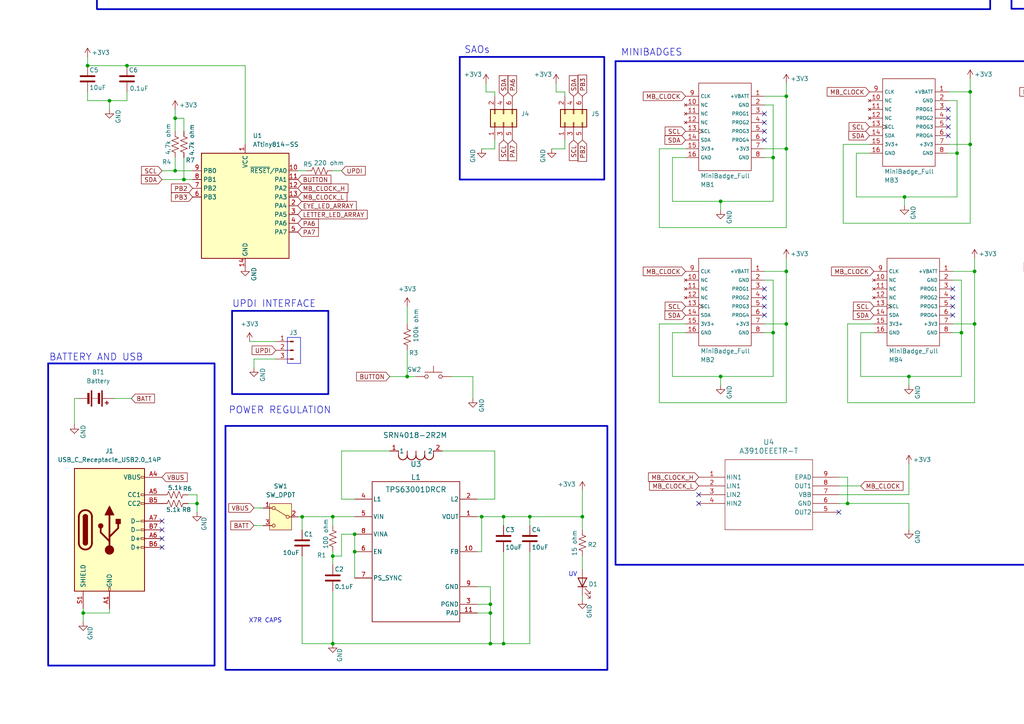
<source format=kicad_sch>
(kicad_sch (version 20231120) (generator "eeschema") (generator_version "8.0")
  (paper "A4")
  (junction (at 319.4983 107.9229))
  (junction (at 374.1083 107.9229))
  (junction (at 140.97 -6.35))
  (junction (at 118.11 109.22))
  (junction (at 245.8383 146.0229))
  (junction (at 389.3483 95.2229))
  (junction (at 153.67 149.86))
  (junction (at 114.3 -27.94))
  (junction (at 142.24 177.8))
  (junction (at 338.5483 92.6829))
  (junction (at 118.11 -48.26))
  (junction (at 165.1 -27.94))
  (junction (at 224.2483 96.4929))
  (junction (at 53.34 52.07))
  (junction (at 91.44 -48.26))
  (junction (at 228.0583 93.9529))
  (junction (at 195.58 -48.26))
  (junction (at 86.36 -6.35))
  (junction (at 186.69 -27.94))
  (junction (at 144.78 -48.26))
  (junction (at 114.3 -6.35))
  (junction (at 186.69 -6.35))
  (junction (at 334.7383 95.2229))
  (junction (at 243.84 -73.66))
  (junction (at 168.91 149.86))
  (junction (at 171.45 -48.26))
  (junction (at 219.71 -48.26))
  (junction (at 219.71 -73.66))
  (junction (at 36.83 19.05))
  (junction (at 142.24 175.26))
  (junction (at 228.0583 27.9129))
  (junction (at 71.12 -48.26))
  (junction (at 102.87 160.02))
  (junction (at 102.87 154.94))
  (junction (at 142.24 186.69))
  (junction (at 209.0083 109.1929))
  (junction (at 96.52 186.69))
  (junction (at 71.12 -73.66))
  (junction (at 24.13 177.8))
  (junction (at 96.52 161.29))
  (junction (at 171.45 -73.66))
  (junction (at 323.85 -33.02))
  (junction (at 394.4283 43.1529))
  (junction (at 263.6183 109.1929))
  (junction (at 139.7 149.86))
  (junction (at 243.84 -48.26))
  (junction (at 338.5483 77.4429))
  (junction (at 50.8 34.29))
  (junction (at 262.3483 57.1229))
  (junction (at 375.3783 58.3929))
  (junction (at 146.05 149.86))
  (junction (at 25.4 19.05))
  (junction (at 31.75 29.21))
  (junction (at 282.6683 93.9529))
  (junction (at 394.4283 27.9129))
  (junction (at 209.0083 58.3929))
  (junction (at 337.2783 26.6429))
  (junction (at 323.85 -7.62))
  (junction (at 337.2783 41.8829))
  (junction (at 144.78 -73.66))
  (junction (at 57.15 146.05))
  (junction (at 278.8583 96.4929))
  (junction (at 282.6683 78.7129))
  (junction (at 390.6183 45.6929))
  (junction (at 87.63 149.9024))
  (junction (at 318.2283 57.1229))
  (junction (at 96.52 149.86))
  (junction (at 333.4683 44.4229))
  (junction (at 228.0583 43.1529))
  (junction (at 393.1583 92.6829))
  (junction (at 146.05 186.69))
  (junction (at 50.8 49.53))
  (junction (at 393.1583 77.4429))
  (junction (at 224.2483 45.6929))
  (junction (at 91.44 -73.66))
  (junction (at 228.0583 78.7129))
  (junction (at 281.3983 26.6429))
  (junction (at 165.1 -6.35))
  (junction (at 277.5883 44.4229))
  (junction (at 195.58 -73.66))
  (junction (at 118.11 -73.66))
  (junction (at 86.36 -27.94))
  (junction (at 281.3983 41.8829))
  (junction (at 140.97 -27.94))
  (no_connect (at 388.0783 35.5329))
  (no_connect (at 213.36 -17.78))
  (no_connect (at 386.8083 82.5229))
  (no_connect (at 332.1983 82.5229))
  (no_connect (at 46.99 158.75))
  (no_connect (at 46.99 156.21))
  (no_connect (at 330.9283 36.8029))
  (no_connect (at 275.0483 39.3429))
  (no_connect (at 388.0783 40.6129))
  (no_connect (at 202.6583 143.4829))
  (no_connect (at 221.7083 40.6129))
  (no_connect (at 351.79 -19.05))
  (no_connect (at 46.99 153.67))
  (no_connect (at 221.7083 38.0729))
  (no_connect (at 221.7083 91.4129))
  (no_connect (at 330.9283 34.2629))
  (no_connect (at 276.3183 88.8729))
  (no_connect (at 221.7083 83.7929))
  (no_connect (at 275.0483 36.8029))
  (no_connect (at 221.7083 35.5329))
  (no_connect (at 221.7083 32.9929))
  (no_connect (at 330.9283 31.7229))
  (no_connect (at 332.1983 90.1429))
  (no_connect (at 46.99 151.13))
  (no_connect (at 202.6583 146.0229))
  (no_connect (at 275.0483 31.7229))
  (no_connect (at 386.8083 87.6029))
  (no_connect (at 388.0783 32.9929))
  (no_connect (at 276.3183 91.4129))
  (no_connect (at 388.0783 38.0729))
  (no_connect (at 221.7083 88.8729))
  (no_connect (at 276.3183 83.7929))
  (no_connect (at 386.8083 85.0629))
  (no_connect (at 330.9283 39.3429))
  (no_connect (at 221.7083 86.3329))
  (no_connect (at 332.1983 85.0629))
  (no_connect (at 332.1983 87.6029))
  (no_connect (at 243.2983 148.5629))
  (no_connect (at 275.0483 34.2629))
  (no_connect (at 386.8083 90.1429))
  (no_connect (at 276.3183 86.3329))
  (wire (pts (xy 330.9283 44.4229) (xy 333.4683 44.4229)))
  (wire (pts (xy 203.2 -59.69) (xy 212.09 -59.69)))
  (wire (pts (xy 386.8083 77.4429) (xy 393.1583 77.4429)))
  (wire (pts (xy 74.1942 152.4424) (xy 76.3243 152.4424)))
  (wire (pts (xy 75.4642 147.3624) (xy 76.3243 147.3624)))
  (wire (pts (xy 323.85 -11.43) (xy 323.85 -7.62)))
  (wire (pts (xy 31.75 176.53) (xy 31.75 177.8)))
  (wire (pts (xy 195.58 -73.66) (xy 171.45 -73.66)))
  (wire (pts (xy 161.29 24.13) (xy 161.29 26.67)))
  (wire (pts (xy 221.7083 45.6929) (xy 224.2483 45.6929)))
  (wire (pts (xy 75.4642 147.32) (xy 73.66 147.32)))
  (wire (pts (xy 323.85 -33.02) (xy 344.17 -33.02)))
  (wire (pts (xy 281.3983 22.8329) (xy 281.3983 26.6429)))
  (wire (pts (xy 304.2583 57.1229) (xy 304.2583 44.4229)))
  (wire (pts (xy 96.52 160.02) (xy 96.52 161.29)))
  (wire (pts (xy 344.17 -11.43) (xy 344.17 -7.62)))
  (wire (pts (xy 86.36 -10.16) (xy 86.36 -6.35)))
  (wire (pts (xy 140.97 -27.94) (xy 140.97 -25.4)))
  (wire (pts (xy 312.42 -7.62) (xy 323.85 -7.62)))
  (wire (pts (xy 195.58 -48.26) (xy 171.45 -48.26)))
  (wire (pts (xy 99.06 130.81) (xy 99.06 144.78)))
  (wire (pts (xy 140.97 -27.94) (xy 114.3 -27.94)))
  (wire (pts (xy 312.42 -19.05) (xy 316.23 -19.05)))
  (wire (pts (xy 344.17 -33.02) (xy 344.17 -26.67)))
  (wire (pts (xy 168.91 161.29) (xy 168.91 165.1)))
  (wire (pts (xy 99.06 154.94) (xy 99.06 161.29)))
  (wire (pts (xy 219.71 -48.26) (xy 195.58 -48.26)))
  (wire (pts (xy 25.4 26.67) (xy 25.4 29.21)))
  (wire (pts (xy 393.1583 73.6329) (xy 393.1583 77.4429)))
  (wire (pts (xy 125.73 -59.69) (xy 137.16 -59.69)))
  (wire (pts (xy 305.5283 95.2229) (xy 309.3383 95.2229)))
  (wire (pts (xy 337.2783 22.8329) (xy 337.2783 26.6429)))
  (wire (pts (xy 73.66 -27.94) (xy 73.66 -29.21)))
  (wire (pts (xy 263.6183 109.1929) (xy 263.6183 111.7329)))
  (wire (pts (xy 390.6183 30.4529) (xy 390.6183 45.6929)))
  (wire (pts (xy 137.16 109.22) (xy 137.16 115.57)))
  (wire (pts (xy 277.5883 44.4229) (xy 277.5883 57.1229)))
  (wire (pts (xy 265.43 -73.66) (xy 243.84 -73.66)))
  (wire (pts (xy 138.43 149.86) (xy 139.7 149.86)))
  (wire (pts (xy 393.1583 115.5429) (xy 393.1583 92.6829)))
  (wire (pts (xy 245.8383 116.8129) (xy 282.6683 116.8129)))
  (wire (pts (xy 276.3183 96.4929) (xy 278.8583 96.4929)))
  (wire (pts (xy 300.4483 41.8829) (xy 300.4483 64.7429)))
  (wire (pts (xy 163.83 43.18) (xy 163.83 40.64)))
  (wire (pts (xy 59.69 -17.78) (xy 78.74 -17.78)))
  (wire (pts (xy 224.2483 30.4529) (xy 224.2483 45.6929)))
  (wire (pts (xy 86.36 49.53) (xy 88.9 49.53)))
  (wire (pts (xy 224.2483 45.6929) (xy 224.2483 58.3929)))
  (wire (pts (xy 301.7183 92.6829) (xy 301.7183 115.5429)))
  (wire (pts (xy 228.0583 74.9029) (xy 228.0583 78.7129)))
  (wire (pts (xy 114.3 -10.16) (xy 114.3 -6.35)))
  (wire (pts (xy 25.4 19.05) (xy 36.83 19.05)))
  (wire (pts (xy 139.7 43.18) (xy 143.51 43.18)))
  (wire (pts (xy 50.8 49.53) (xy 55.88 49.53)))
  (wire (pts (xy 87.63 161.29) (xy 87.63 186.69)))
  (wire (pts (xy 304.2583 44.4229) (xy 308.0683 44.4229)))
  (wire (pts (xy 386.8083 95.2229) (xy 389.3483 95.2229)))
  (wire (pts (xy 243.2983 143.4829) (xy 263.6183 143.4829)))
  (wire (pts (xy 93.98 -17.78) (xy 106.68 -17.78)))
  (wire (pts (xy 333.4683 57.1229) (xy 318.2283 57.1229)))
  (wire (pts (xy 24.13 176.53) (xy 24.13 177.8)))
  (wire (pts (xy 309.3383 92.6829) (xy 301.7183 92.6829)))
  (wire (pts (xy 331.47 -19.05) (xy 336.55 -19.05)))
  (wire (pts (xy 249.6483 140.9429) (xy 243.2983 140.9429)))
  (wire (pts (xy 219.71 -73.66) (xy 195.58 -73.66)))
  (wire (pts (xy 388.0783 27.9129) (xy 394.4283 27.9129)))
  (wire (pts (xy 219.71 -52.07) (xy 219.71 -48.26)))
  (wire (pts (xy 114.3 -27.94) (xy 86.36 -27.94)))
  (wire (pts (xy 191.2283 66.0129) (xy 228.0583 66.0129)))
  (wire (pts (xy 228.0583 78.7129) (xy 228.0583 93.9529)))
  (wire (pts (xy 87.63 149.86) (xy 87.63 149.9024)))
  (wire (pts (xy 244.5683 64.7429) (xy 281.3983 64.7429)))
  (wire (pts (xy 205.74 -10.16) (xy 205.74 -6.35)))
  (wire (pts (xy 118.11 109.22) (xy 120.65 109.22)))
  (wire (pts (xy 139.7 160.02) (xy 139.7 149.86)))
  (wire (pts (xy 130.81 109.22) (xy 137.16 109.22)))
  (wire (pts (xy 195.58 -73.66) (xy 195.58 -67.31)))
  (wire (pts (xy 86.36 -27.94) (xy 86.36 -25.4)))
  (wire (pts (xy 87.63 186.69) (xy 96.52 186.69)))
  (wire (pts (xy 253.4583 93.9529) (xy 245.8383 93.9529)))
  (wire (pts (xy 282.6683 78.7129) (xy 282.6683 93.9529)))
  (wire (pts (xy 171.45 -52.07) (xy 171.45 -48.26)))
  (wire (pts (xy 248.3783 57.1229) (xy 248.3783 44.4229)))
  (wire (pts (xy 153.67 149.86) (xy 168.91 149.86)))
  (wire (pts (xy 168.91 149.86) (xy 168.91 142.24)))
  (wire (pts (xy 191.2283 93.9529) (xy 191.2283 116.8129)))
  (wire (pts (xy 25.4 29.21) (xy 31.75 29.21)))
  (wire (pts (xy 50.8 31.75) (xy 50.8 34.29)))
  (wire (pts (xy 221.7083 93.9529) (xy 228.0583 93.9529)))
  (wire (pts (xy 143.51 144.78) (xy 138.43 144.78)))
  (wire (pts (xy 21.59 115.57) (xy 21.59 123.19)))
  (wire (pts (xy 102.87 154.94) (xy 99.06 154.94)))
  (wire (pts (xy 114.3 -6.35) (xy 140.97 -6.35)))
  (wire (pts (xy 277.5883 57.1229) (xy 262.3483 57.1229)))
  (wire (pts (xy 91.44 -48.26) (xy 118.11 -48.26)))
  (wire (pts (xy 113.03 109.22) (xy 118.11 109.22)))
  (wire (pts (xy 172.72 -17.78) (xy 179.07 -17.78)))
  (wire (pts (xy 146.05 149.86) (xy 146.05 152.4)))
  (wire (pts (xy 50.8 -73.66) (xy 71.12 -73.66)))
  (wire (pts (xy 224.2483 109.1929) (xy 209.0083 109.1929)))
  (wire (pts (xy 144.78 -52.07) (xy 144.78 -48.26)))
  (wire (pts (xy 118.11 88.9) (xy 118.11 93.98)))
  (wire (pts (xy 338.5483 77.4429) (xy 338.5483 92.6829)))
  (wire (pts (xy 337.2783 26.6429) (xy 337.2783 41.8829)))
  (wire (pts (xy 323.85 -7.62) (xy 344.17 -7.62)))
  (wire (pts (xy 333.4683 44.4229) (xy 333.4683 57.1229)))
  (wire (pts (xy 168.91 149.86) (xy 168.91 153.67)))
  (wire (pts (xy 128.27 130.81) (xy 143.51 130.81)))
  (wire (pts (xy 219.71 -73.66) (xy 219.71 -67.31)))
  (wire (pts (xy 96.52 161.29) (xy 96.52 163.83)))
  (wire (pts (xy 22.86 115.57) (xy 21.59 115.57)))
  (wire (pts (xy 87.63 149.9024) (xy 87.63 153.67)))
  (wire (pts (xy 273.05 -59.69) (xy 279.4 -59.69)))
  (wire (pts (xy 365.2183 43.1529) (xy 357.5983 43.1529)))
  (wire (pts (xy 75.4642 147.3624) (xy 75.4642 147.32)))
  (wire (pts (xy 91.44 -73.66) (xy 91.44 -67.31)))
  (wire (pts (xy 393.1583 77.4429) (xy 393.1583 92.6829)))
  (wire (pts (xy 96.52 186.69) (xy 96.52 171.45)))
  (wire (pts (xy 243.84 -73.66) (xy 243.84 -67.31)))
  (wire (pts (xy 195.0383 45.6929) (xy 198.8483 45.6929)))
  (wire (pts (xy 33.02 115.57) (xy 38.1 115.57)))
  (wire (pts (xy 163.83 26.67) (xy 161.29 26.67)))
  (wire (pts (xy 138.43 177.8) (xy 142.24 177.8)))
  (wire (pts (xy 71.12 -73.66) (xy 91.44 -73.66)))
  (wire (pts (xy 252.1883 41.8829) (xy 244.5683 41.8829)))
  (wire (pts (xy 249.6483 109.1929) (xy 249.6483 96.4929)))
  (wire (pts (xy 142.24 177.8) (xy 142.24 186.69)))
  (wire (pts (xy 300.4483 64.7429) (xy 337.2783 64.7429)))
  (wire (pts (xy 148.59 -17.78) (xy 157.48 -17.78)))
  (wire (pts (xy 102.87 160.02) (xy 102.87 167.64)))
  (wire (pts (xy 165.1 -10.16) (xy 165.1 -6.35)))
  (wire (pts (xy 186.69 -6.35) (xy 165.1 -6.35)))
  (wire (pts (xy 74.1942 152.4) (xy 73.66 152.4)))
  (wire (pts (xy 142.24 186.69) (xy 96.52 186.69)))
  (wire (pts (xy 50.8 -76.2) (xy 50.8 -73.66)))
  (wire (pts (xy 209.0083 58.3929) (xy 195.0383 58.3929)))
  (wire (pts (xy 198.8483 43.1529) (xy 191.2283 43.1529)))
  (wire (pts (xy 275.0483 26.6429) (xy 281.3983 26.6429)))
  (wire (pts (xy 282.6683 74.9029) (xy 282.6683 78.7129)))
  (wire (pts (xy 118.11 -73.66) (xy 144.78 -73.66)))
  (wire (pts (xy 31.75 29.21) (xy 36.83 29.21)))
  (wire (pts (xy 31.75 31.75) (xy 31.75 29.21)))
  (wire (pts (xy 249.6483 96.4929) (xy 253.4583 96.4929)))
  (wire (pts (xy 228.0583 24.1029) (xy 228.0583 27.9129)))
  (wire (pts (xy 318.2283 57.1229) (xy 318.2283 59.6629)))
  (wire (pts (xy 282.6683 116.8129) (xy 282.6683 93.9529)))
  (wire (pts (xy 153.67 149.86) (xy 153.67 152.4)))
  (wire (pts (xy 46.99 49.53) (xy 50.8 49.53)))
  (wire (pts (xy 388.0783 30.4529) (xy 390.6183 30.4529)))
  (wire (pts (xy 57.15 146.05) (xy 57.15 148.59)))
  (wire (pts (xy 54.61 146.05) (xy 57.15 146.05)))
  (wire (pts (xy 388.0783 45.6929) (xy 390.6183 45.6929)))
  (wire (pts (xy 31.75 177.8) (xy 24.13 177.8)))
  (wire (pts (xy 338.5483 115.5429) (xy 338.5483 92.6829)))
  (wire (pts (xy 209.0083 58.3929) (xy 209.0083 60.9329)))
  (wire (pts (xy 73.66 106.68) (xy 73.66 104.14)))
  (wire (pts (xy 165.1 -6.35) (xy 140.97 -6.35)))
  (wire (pts (xy 71.12 41.91) (xy 71.12 19.05)))
  (wire (pts (xy 140.97 -10.16) (xy 140.97 -6.35)))
  (wire (pts (xy 332.1983 92.6829) (xy 338.5483 92.6829)))
  (wire (pts (xy 142.24 175.26) (xy 142.24 177.8)))
  (wire (pts (xy 262.3483 57.1229) (xy 248.3783 57.1229)))
  (wire (pts (xy 86.4843 149.9024) (xy 87.63 149.9024)))
  (wire (pts (xy 330.9283 26.6429) (xy 337.2783 26.6429)))
  (wire (pts (xy 118.11 101.6) (xy 118.11 109.22)))
  (wire (pts (xy 334.7383 107.9229) (xy 319.4983 107.9229)))
  (wire (pts (xy 275.0483 44.4229) (xy 277.5883 44.4229)))
  (wire (pts (xy 332.1983 77.4429) (xy 338.5483 77.4429)))
  (wire (pts (xy 388.0783 43.1529) (xy 394.4283 43.1529)))
  (wire (pts (xy 276.3183 78.7129) (xy 282.6683 78.7129)))
  (wire (pts (xy 50.8 38.1) (xy 50.8 34.29)))
  (wire (pts (xy 143.51 26.67) (xy 143.51 27.94)))
  (wire (pts (xy 389.3483 79.9829) (xy 389.3483 95.2229)))
  (wire (pts (xy 121.92 -17.78) (xy 133.35 -17.78)))
  (wire (pts (xy 171.45 -67.31) (xy 171.45 -73.66)))
  (wire (pts (xy 50.8 45.72) (xy 50.8 49.53)))
  (wire (pts (xy 263.6183 134.5929) (xy 263.6183 143.4829)))
  (wire (pts (xy 276.3183 81.2529) (xy 278.8583 81.2529)))
  (wire (pts (xy 301.7183 115.5429) (xy 338.5483 115.5429)))
  (wire (pts (xy 389.3483 107.9229) (xy 374.1083 107.9229)))
  (wire (pts (xy 319.4983 107.9229) (xy 319.4983 110.4629)))
  (wire (pts (xy 209.0083 109.1929) (xy 209.0083 111.7329)))
  (wire (pts (xy 276.3183 93.9529) (xy 282.6683 93.9529)))
  (wire (pts (xy 91.44 -52.07) (xy 91.44 -48.26)))
  (wire (pts (xy 99.06 -59.69) (xy 110.49 -59.69)))
  (wire (pts (xy 333.4683 29.1829) (xy 333.4683 44.4229)))
  (wire (pts (xy 265.43 -52.07) (xy 265.43 -48.26)))
  (wire (pts (xy 86.36 -27.94) (xy 73.66 -27.94)))
  (wire (pts (xy 363.9483 92.6829) (xy 356.3283 92.6829)))
  (wire (pts (xy 71.12 -52.07) (xy 71.12 -48.26)))
  (wire (pts (xy 330.9283 41.8829) (xy 337.2783 41.8829)))
  (wire (pts (xy 357.5983 43.1529) (xy 357.5983 66.0129)))
  (wire (pts (xy 143.51 26.67) (xy 140.97 26.67)))
  (wire (pts (xy 96.52 149.86) (xy 102.87 149.86)))
  (wire (pts (xy 278.8583 109.1929) (xy 263.6183 109.1929)))
  (wire (pts (xy 205.74 -6.35) (xy 186.69 -6.35)))
  (wire (pts (xy 142.24 186.69) (xy 146.05 186.69)))
  (wire (pts (xy 279.4 -59.69) (xy 279.4 -39.37)))
  (wire (pts (xy 179.07 -59.69) (xy 187.96 -59.69)))
  (wire (pts (xy 221.7083 78.7129) (xy 228.0583 78.7129)))
  (wire (pts (xy 390.6183 58.3929) (xy 375.3783 58.3929)))
  (wire (pts (xy 221.7083 81.2529) (xy 224.2483 81.2529)))
  (wire (pts (xy 313.69 -35.56) (xy 313.69 -33.02)))
  (wire (pts (xy 96.52 149.86) (xy 96.52 152.4)))
  (wire (pts (xy 386.8083 79.9829) (xy 389.3483 79.9829)))
  (wire (pts (xy 50.8 -59.69) (xy 63.5 -59.69)))
  (wire (pts (xy 53.34 52.07) (xy 55.88 52.07)))
  (wire (pts (xy 334.7383 79.9829) (xy 334.7383 95.2229)))
  (wire (pts (xy 144.78 -73.66) (xy 171.45 -73.66)))
  (wire (pts (xy 36.83 29.21) (xy 36.83 26.67)))
  (wire (pts (xy 375.3783 58.3929) (xy 361.4083 58.3929)))
  (wire (pts (xy 146.05 160.02) (xy 146.05 186.69)))
  (wire (pts (xy 360.1383 95.2229) (xy 363.9483 95.2229)))
  (wire (pts (xy 227.33 -59.69) (xy 236.22 -59.69)))
  (wire (pts (xy 221.7083 96.4929) (xy 224.2483 96.4929)))
  (wire (pts (xy 243.84 -73.66) (xy 219.71 -73.66)))
  (wire (pts (xy 262.3483 57.1229) (xy 262.3483 59.6629)))
  (wire (pts (xy 281.3983 64.7429) (xy 281.3983 41.8829)))
  (wire (pts (xy 319.4983 107.9229) (xy 305.5283 107.9229)))
  (wire (pts (xy 142.24 170.18) (xy 142.24 175.26)))
  (wire (pts (xy 228.0583 116.8129) (xy 228.0583 93.9529)))
  (wire (pts (xy 205.74 -27.94) (xy 186.69 -27.94)))
  (wire (pts (xy 138.43 170.18) (xy 142.24 170.18)))
  (wire (pts (xy 191.2283 43.1529) (xy 191.2283 66.0129)))
  (wire (pts (xy 275.0483 29.1829) (xy 277.5883 29.1829)))
  (wire (pts (xy 87.63 149.86) (xy 96.52 149.86)))
  (wire (pts (xy 78.74 -59.69) (xy 83.82 -59.69)))
  (wire (pts (xy 281.3983 26.6429) (xy 281.3983 41.8829)))
  (wire (pts (xy 52.07 -48.26) (xy 71.12 -48.26)))
  (wire (pts (xy 186.69 -27.94) (xy 165.1 -27.94)))
  (wire (pts (xy 46.99 52.07) (xy 53.34 52.07)))
  (wire (pts (xy 224.2483 81.2529) (xy 224.2483 96.4929)))
  (wire (pts (xy 248.3783 44.4229) (xy 252.1883 44.4229)))
  (wire (pts (xy 165.1 -25.4) (xy 165.1 -27.94)))
  (wire (pts (xy 160.02 43.18) (xy 163.83 43.18)))
  (wire (pts (xy 263.6183 146.0229) (xy 263.6183 153.6429)))
  (wire (pts (xy 71.12 -73.66) (xy 71.12 -67.31)))
  (wire (pts (xy 186.69 -25.4) (xy 186.69 -27.94)))
  (wire (pts (xy 198.8483 93.9529) (xy 191.2283 93.9529)))
  (wire (pts (xy 168.91 172.72) (xy 168.91 173.99)))
  (wire (pts (xy 24.13 177.8) (xy 24.13 180.34)))
  (wire (pts (xy 394.4283 24.1029) (xy 394.4283 27.9129)))
  (wire (pts (xy 308.0683 41.8829) (xy 300.4483 41.8829)))
  (wire (pts (xy 195.0383 58.3929) (xy 195.0383 45.6929)))
  (wire (pts (xy 338.5483 73.6329) (xy 338.5483 77.4429)))
  (wire (pts (xy 305.5283 107.9229) (xy 305.5283 95.2229)))
  (wire (pts (xy 114.3 -27.94) (xy 114.3 -25.4)))
  (wire (pts (xy 99.06 144.78) (xy 102.87 144.78)))
  (wire (pts (xy 245.8383 138.4029) (xy 245.8383 146.0229)))
  (wire (pts (xy 243.2983 146.0229) (xy 245.8383 146.0229)))
  (wire (pts (xy 374.1083 107.9229) (xy 360.1383 107.9229)))
  (wire (pts (xy 143.51 130.81) (xy 143.51 144.78)))
  (wire (pts (xy 53.34 34.29) (xy 53.34 38.1)))
  (wire (pts (xy 140.97 24.13) (xy 140.97 26.67)))
  (wire (pts (xy 313.69 -33.02) (xy 323.85 -33.02)))
  (wire (pts (xy 244.5683 41.8829) (xy 244.5683 64.7429)))
  (wire (pts (xy 228.0583 66.0129) (xy 228.0583 43.1529)))
  (wire (pts (xy 221.7083 43.1529) (xy 228.0583 43.1529)))
  (wire (pts (xy 194.31 -17.78) (xy 198.12 -17.78)))
  (wire (pts (xy 318.2283 57.1229) (xy 304.2583 57.1229)))
  (wire (pts (xy 390.6183 45.6929) (xy 390.6183 58.3929)))
  (wire (pts (xy 265.43 -48.26) (xy 243.84 -48.26)))
  (wire (pts (xy 57.15 143.51) (xy 57.15 146.05)))
  (wire (pts (xy 144.78 -67.31) (xy 144.78 -73.66)))
  (wire (pts (xy 375.3783 58.3929) (xy 375.3783 60.9329)))
  (wire (pts (xy 361.4083 58.3929) (xy 361.4083 45.6929)))
  (wire (pts (xy 389.3483 95.2229) (xy 389.3483 107.9229)))
  (wire (pts (xy 228.0583 27.9129) (xy 228.0583 43.1529)))
  (wire (pts (xy 118.11 -52.07) (xy 118.11 -48.26)))
  (wire (pts (xy 224.2483 58.3929) (xy 209.0083 58.3929)))
  (wire (pts (xy 334.7383 95.2229) (xy 334.7383 107.9229)))
  (wire (pts (xy 205.74 -25.4) (xy 205.74 -27.94)))
  (wire (pts (xy 245.8383 93.9529) (xy 245.8383 116.8129)))
  (wire (pts (xy 337.2783 64.7429) (xy 337.2783 41.8829)))
  (wire (pts (xy 71.12 19.05) (xy 36.83 19.05)))
  (wire (pts (xy 394.4283 27.9129) (xy 394.4283 43.1529)))
  (wire (pts (xy 356.3283 115.5429) (xy 393.1583 115.5429)))
  (wire (pts (xy 74.1942 152.4424) (xy 74.1942 152.4)))
  (wire (pts (xy 357.5983 66.0129) (xy 394.4283 66.0129)))
  (wire (pts (xy 361.4083 45.6929) (xy 365.2183 45.6929)))
  (wire (pts (xy 143.51 43.18) (xy 143.51 40.64)))
  (wire (pts (xy 278.8583 96.4929) (xy 278.8583 109.1929)))
  (wire (pts (xy 152.4 -59.69) (xy 163.83 -59.69)))
  (wire (pts (xy 138.43 175.26) (xy 142.24 175.26)))
  (wire (pts (xy 279.4 -39.37) (xy 59.69 -39.37)))
  (wire (pts (xy 195.0383 96.4929) (xy 198.8483 96.4929)))
  (wire (pts (xy 243.84 -52.07) (xy 243.84 -48.26)))
  (wire (pts (xy 356.3283 92.6829) (xy 356.3283 115.5429)))
  (wire (pts (xy 221.7083 30.4529) (xy 224.2483 30.4529)))
  (wire (pts (xy 139.7 149.86) (xy 146.05 149.86)))
  (wire (pts (xy 71.12 -48.26) (xy 91.44 -48.26)))
  (wire (pts (xy 186.69 -10.16) (xy 186.69 -6.35)))
  (wire (pts (xy 263.6183 109.1929) (xy 249.6483 109.1929)))
  (wire (pts (xy 99.06 161.29) (xy 96.52 161.29)))
  (wire (pts (xy 146.05 186.69) (xy 153.67 186.69)))
  (wire (pts (xy 144.78 -48.26) (xy 171.45 -48.26)))
  (wire (pts (xy 191.2283 116.8129) (xy 228.0583 116.8129)))
  (wire (pts (xy 118.11 -73.66) (xy 118.11 -67.31)))
  (wire (pts (xy 50.8 34.29) (xy 53.34 34.29)))
  (wire (pts (xy 275.0483 41.8829) (xy 281.3983 41.8829)))
  (wire (pts (xy 102.87 154.94) (xy 102.87 160.02)))
  (wire (pts (xy 360.1383 107.9229) (xy 360.1383 95.2229)))
  (wire (pts (xy 86.36 -6.35) (xy 114.3 -6.35)))
  (wire (pts (xy 25.4 16.51) (xy 25.4 19.05)))
  (wire (pts (xy 72.39 99.06) (xy 80.01 99.06)))
  (wire (pts (xy 265.43 -67.31) (xy 265.43 -73.66)))
  (wire (pts (xy 54.61 143.51) (xy 57.15 143.51)))
  (wire (pts (xy 278.8583 81.2529) (xy 278.8583 96.4929)))
  (wire (pts (xy 394.4283 66.0129) (xy 394.4283 43.1529)))
  (wire (pts (xy 332.1983 95.2229) (xy 334.7383 95.2229)))
  (wire (pts (xy 221.7083 27.9129) (xy 228.0583 27.9129)))
  (wire (pts (xy 224.2483 96.4929) (xy 224.2483 109.1929)))
  (wire (pts (xy 153.67 186.69) (xy 153.67 160.02)))
  (wire (pts (xy 59.69 -39.37) (xy 59.69 -17.78)))
  (wire (pts (xy 243.2983 138.4029) (xy 245.8383 138.4029)))
  (wire (pts (xy 165.1 -27.94) (xy 140.97 -27.94)))
  (wire (pts (xy 163.83 26.67) (xy 163.83 27.94)))
  (wire (pts (xy 374.1083 107.9229) (xy 374.1083 110.4629)))
  (wire (pts (xy 146.05 149.86) (xy 153.67 149.86)))
  (wire (pts (xy 73.66 104.14) (xy 80.01 104.14)))
  (wire (pts (xy 195.0383 109.1929) (xy 195.0383 96.4929)))
  (wire (pts (xy 118.11 -48.26) (xy 144.78 -48.26)))
  (wire (pts (xy 332.1983 79.9829) (xy 334.7383 79.9829)))
  (wire (pts (xy 277.5883 29.1829) (xy 277.5883 44.4229)))
  (wire (pts (xy 91.44 -73.66) (xy 118.11 -73.66)))
  (wire (pts (xy 330.9283 29.1829) (xy 333.4683 29.1829)))
  (wire (pts (xy 195.58 -52.07) (xy 195.58 -48.26)))
  (wire (pts (xy 76.2 -6.35) (xy 86.36 -6.35)))
  (wire (pts (xy 386.8083 92.6829) (xy 393.1583 92.6829)))
  (wire (pts (xy 96.52 49.53) (xy 99.06 49.53)))
  (wire (pts (xy 53.34 45.72) (xy 53.34 52.07)))
  (wire (pts (xy 251.46 -59.69) (xy 257.81 -59.69)))
  (wire (pts (xy 243.84 -48.26) (xy 219.71 -48.26)))
  (wire (pts (xy 323.85 -33.02) (xy 323.85 -26.67)))
  (wire (pts (xy 245.8383 146.0229) (xy 263.6183 146.0229)))
  (wire (pts (xy 138.43 160.02) (xy 139.7 160.02)))
  (wire (pts (xy 209.0083 109.1929) (xy 195.0383 109.1929)))
  (wire (pts (xy 113.03 130.81) (xy 99.06 130.81)))
  (rectangle (start 83.3603 97.8625) (end 87.1703 105.41))
  (rectangle (start 293.37 -41.91) (end 361.95 2.54) (stroke (width 0.5)))
  (rectangle (start 65.3947 123.5343) (end 176.1615 194.2789) (stroke (width 0.5)))
  (rectangle (start 178.5283 17.7529) (end 405.8583 163.8029) (stroke (width 0.5)))
  (rectangle (start 67.31 90.17) (end 95.2309 114.3) (stroke (width 0.5)))
  (rectangle (start 13.97 105.41) (end 62.23 193.04) (stroke (width 0.5)))
  (rectangle (start 28.1154 -82.4282) (end 287.1954 2.6618) (stroke (width 0.5)))
  (rectangle (start 133.35 16.51) (end 175.26 52.07) (stroke (width 0.5)))
  (text "X7R CAPS" (at 76.962 180.086 0) (effects (font (size 1.27 1.27))))
  (text "LETTER ADDRESSABLE LEDS (Side Mount)" (at 30.226 -84.074 0) (effects (font (size 2 2)) (justify left bottom)))
  (text "SAOs" (at 134.62 15.748 0) (effects (font (size 2 2)) (justify left bottom)))
  (text "POWER REGULATION" (at 66.2712 120.2634 0) (effects (font (size 2 2)) (justify left bottom)))
  (text "EYE ADDRESSABLE LEDS (Side Mount)" (at 293.624 -42.926 0) (effects (font (size 2 2)) (justify left bottom)))
  (text "UPDI INTERFACE" (at 67.31 89.408 0) (effects (font (size 2 2)) (justify left bottom)))
  (text "BATTERY AND USB" (at 14.224 104.902 0) (effects (font (size 2 2)) (justify left bottom)))
  (text "UV" (at 164.846 167.386 0) (effects (font (size 1.27 1.27)) (justify left bottom)))
  (text "MINIBADGES" (at 180.0523 16.4829 0) (effects (font (size 2 2)) (justify left bottom)))
  (global_label "SDA" (shape input) (at 198.8483 91.4129 180) (property "Intersheetrefs" "${INTERSHEET_REFS}" (effects (hide yes))))
  (global_label "PA7" (shape input) (at 148.59 40.64 270) (property "Intersheetrefs" "${INTERSHEET_REFS}" (effects (hide yes))))
  (global_label "SDA" (shape input) (at 166.37 27.94 90) (property "Intersheetrefs" "${INTERSHEET_REFS}" (effects (hide yes))))
  (global_label "LETTER_LED_ARRAY" (shape input) (at 86.36 62.23 0) (property "Intersheetrefs" "${INTERSHEET_REFS}" (effects (hide yes))))
  (global_label "VBUS" (shape input) (at 46.99 138.43 0) (property "Intersheetrefs" "${INTERSHEET_REFS}" (effects (hide yes))))
  (global_label "SCL" (shape input) (at 166.37 40.64 270) (property "Intersheetrefs" "${INTERSHEET_REFS}" (effects (hide yes))))
  (global_label "MB_CLOCK" (shape input) (at 198.8483 78.7129 180) (property "Intersheetrefs" "${INTERSHEET_REFS}" (effects (hide yes))))
  (global_label "EYE_LED_ARRAY" (shape input) (at 86.36 59.69 0) (property "Intersheetrefs" "${INTERSHEET_REFS}" (effects (hide yes))))
  (global_label "SDA" (shape input) (at 46.99 52.07 180) (property "Intersheetrefs" "${INTERSHEET_REFS}" (effects (hide yes))))
  (global_label "BUTTON" (shape input) (at 113.03 109.22 180) (property "Intersheetrefs" "${INTERSHEET_REFS}" (effects (hide yes))))
  (global_label "SCL" (shape input) (at 363.9483 87.6029 180) (property "Intersheetrefs" "${INTERSHEET_REFS}" (effects (hide yes))))
  (global_label "PB2" (shape input) (at 55.88 54.61 180) (property "Intersheetrefs" "${INTERSHEET_REFS}" (effects (hide yes))))
  (global_label "MB_CLOCK_L" (shape input) (at 202.6583 140.9429 180) (property "Intersheetrefs" "${INTERSHEET_REFS}" (effects (hide yes))))
  (global_label "SDA" (shape input) (at 253.4583 91.4129 180) (property "Intersheetrefs" "${INTERSHEET_REFS}" (effects (hide yes))))
  (global_label "SDA" (shape input) (at 308.0683 39.3429 180) (property "Intersheetrefs" "${INTERSHEET_REFS}" (effects (hide yes))))
  (global_label "MB_CLOCK" (shape input) (at 309.3383 77.4429 180) (property "Intersheetrefs" "${INTERSHEET_REFS}" (effects (hide yes))))
  (global_label "SDA" (shape input) (at 363.9483 90.1429 180) (property "Intersheetrefs" "${INTERSHEET_REFS}" (effects (hide yes))))
  (global_label "SCL" (shape input) (at 365.2183 38.0729 180) (property "Intersheetrefs" "${INTERSHEET_REFS}" (effects (hide yes))))
  (global_label "VBUS" (shape input) (at 73.66 147.32 180) (property "Intersheetrefs" "${INTERSHEET_REFS}" (effects (hide yes))))
  (global_label "MB_CLOCK" (shape input) (at 308.0683 26.6429 180) (property "Intersheetrefs" "${INTERSHEET_REFS}" (effects (hide yes))))
  (global_label "MB_CLOCK" (shape input) (at 363.9483 77.4429 180) (property "Intersheetrefs" "${INTERSHEET_REFS}" (effects (hide yes))))
  (global_label "SCL" (shape input) (at 46.99 49.53 180) (property "Intersheetrefs" "${INTERSHEET_REFS}" (effects (hide yes))))
  (global_label "SCL" (shape input) (at 309.3383 87.6029 180) (property "Intersheetrefs" "${INTERSHEET_REFS}" (effects (hide yes))))
  (global_label "MB_CLOCK" (shape input) (at 249.6483 140.9429 0) (property "Intersheetrefs" "${INTERSHEET_REFS}" (effects (hide yes))))
  (global_label "PA6" (shape input) (at 148.59 27.94 90) (property "Intersheetrefs" "${INTERSHEET_REFS}" (effects (hide yes))))
  (global_label "SCL" (shape input) (at 308.0683 36.8029 180) (property "Intersheetrefs" "${INTERSHEET_REFS}" (effects (hide yes))))
  (global_label "LETTER_LED_ARRAY" (shape input) (at 50.8 -59.69 180) (property "Intersheetrefs" "${INTERSHEET_REFS}" (effects (hide yes))))
  (global_label "BATT" (shape input) (at 38.1 115.57 0) (property "Intersheetrefs" "${INTERSHEET_REFS}" (effects (hide yes))))
  (global_label "PB2" (shape input) (at 168.91 40.64 270) (property "Intersheetrefs" "${INTERSHEET_REFS}" (effects (hide yes))))
  (global_label "SCL" (shape input) (at 252.1883 36.8029 180) (property "Intersheetrefs" "${INTERSHEET_REFS}" (effects (hide yes))))
  (global_label "PA6" (shape input) (at 86.36 64.77 0) (property "Intersheetrefs" "${INTERSHEET_REFS}" (effects (hide yes))))
  (global_label "SDA" (shape input) (at 309.3383 90.1429 180) (property "Intersheetrefs" "${INTERSHEET_REFS}" (effects (hide yes))))
  (global_label "SCL" (shape input) (at 198.8483 38.0729 180) (property "Intersheetrefs" "${INTERSHEET_REFS}" (effects (hide yes))))
  (global_label "MB_CLOCK" (shape input) (at 365.2183 27.9129 180) (property "Intersheetrefs" "${INTERSHEET_REFS}" (effects (hide yes))))
  (global_label "SCL" (shape input) (at 146.05 40.64 270) (property "Intersheetrefs" "${INTERSHEET_REFS}" (effects (hide yes))))
  (global_label "SDA" (shape input) (at 365.2183 40.6129 180) (property "Intersheetrefs" "${INTERSHEET_REFS}" (effects (hide yes))))
  (global_label "SDA" (shape input) (at 146.05 27.94 90) (property "Intersheetrefs" "${INTERSHEET_REFS}" (effects (hide yes))))
  (global_label "MB_CLOCK" (shape input) (at 198.8483 27.9129 180) (property "Intersheetrefs" "${INTERSHEET_REFS}" (effects (hide yes))))
  (global_label "MB_CLOCK_L" (shape input) (at 86.36 57.15 0) (property "Intersheetrefs" "${INTERSHEET_REFS}" (effects (hide yes))))
  (global_label "MB_CLOCK_H" (shape input) (at 86.36 54.61 0) (property "Intersheetrefs" "${INTERSHEET_REFS}" (effects (hide yes))))
  (global_label "PB3" (shape input) (at 168.91 27.94 90) (property "Intersheetrefs" "${INTERSHEET_REFS}" (effects (hide yes))))
  (global_label "BATT" (shape input) (at 73.66 152.4 180) (property "Intersheetrefs" "${INTERSHEET_REFS}" (effects (hide yes))))
  (global_label "SDA" (shape input) (at 198.8483 40.6129 180) (property "Intersheetrefs" "${INTERSHEET_REFS}" (effects (hide yes))))
  (global_label "BUTTON" (shape input) (at 86.36 52.07 0) (property "Intersheetrefs" "${INTERSHEET_REFS}" (effects (hide yes))))
  (global_label "SDA" (shape input) (at 252.1883 39.3429 180) (property "Intersheetrefs" "${INTERSHEET_REFS}" (effects (hide yes))))
  (global_label "MB_CLOCK_H" (shape input) (at 202.6583 138.4029 180) (property "Intersheetrefs" "${INTERSHEET_REFS}" (effects (hide yes))))
  (global_label "SCL" (shape input) (at 198.8483 88.8729 180) (property "Intersheetrefs" "${INTERSHEET_REFS}" (effects (hide yes))))
  (global_label "MB_CLOCK" (shape input) (at 253.4583 78.7129 180) (property "Intersheetrefs" "${INTERSHEET_REFS}" (effects (hide yes))))
  (global_label "EYE_LED_ARRAY" (shape input) (at 312.42 -19.05 180) (property "Intersheetrefs" "${INTERSHEET_REFS}" (effects (hide yes))))
  (global_label "UPDI" (shape input) (at 80.01 101.6 180) (property "Intersheetrefs" "${INTERSHEET_REFS}" (effects (hide yes))))
  (global_label "UPDI" (shape input) (at 99.06 49.53 0) (property "Intersheetrefs" "${INTERSHEET_REFS}" (effects (hide yes))))
  (global_label "PA7" (shape input) (at 86.36 67.31 0) (property "Intersheetrefs" "${INTERSHEET_REFS}" (effects (hide yes))))
  (global_label "SCL" (shape input) (at 253.4583 88.8729 180) (property "Intersheetrefs" "${INTERSHEET_REFS}" (effects (hide yes))))
  (global_label "MB_CLOCK" (shape input) (at 252.1883 26.6429 180) (property "Intersheetrefs" "${INTERSHEET_REFS}" (effects (hide yes))))
  (global_label "PB3" (shape input) (at 55.88 57.15 180) (property "Intersheetrefs" "${INTERSHEET_REFS}" (effects (hide yes))))
  (symbol (lib_id "MiniBadge:MiniBadge_Full") (at 263.6183 35.5329 270) (unit 1)
    (property "Reference" "MB3" (at 256.5063 52.2969 90) (effects (justify left)))
    (property "Value" "MiniBadge_Full" (at 256.5063 49.7569 90) (effects (justify left)))
    (property "Footprint" "MiniBadge:MiniBadge_Slot_Basic" (effects (hide yes)))
  )
  (symbol (lib_id "power:GND") (at 262.3483 59.6629 0) (unit 1)
    (property "Reference" "#PWR024" (effects (hide yes)))
    (property "Value" "GND" (at 264.8883 59.6629 90) (effects (justify right)))
  )
  (symbol (lib_id "PCM_marbastlib-various:WS2812_4020") (at 140.97 -17.78 0) (unit 1)
    (property "Reference" "D7" (at 145.034 -25.908 0))
    (property "Value" "WS2812_4020" (at 148.336 -23.622 0))
    (property "Footprint" "mad_hatter_badge:sk6812-side-a" (effects (hide yes)))
    (property "Datasheet" "https://datasheet.lcsc.com/lcsc/2012110135_Worldsemi-WS2812B-4020_C965557.pdf" (effects (hide yes)))
    (property "Description" "4020 SMD adressable RGB LED with integrated controller" (effects (hide yes)))
  )
  (symbol (lib_id "power:GND") (at 209.0083 111.7329 0) (unit 1)
    (property "Reference" "#PWR022" (effects (hide yes)))
    (property "Value" "GND" (at 211.5483 111.7329 90) (effects (justify right)))
  )
  (symbol (lib_id "power:GND") (at 21.59 123.19 0) (unit 1)
    (property "Reference" "#PWR08" (effects (hide yes)))
    (property "Value" "GND" (at 24.13 123.19 90) (effects (justify right)))
  )
  (symbol (lib_id "2024-08-26_15-06-03:SRN4018-2R2M") (at 128.27 130.81 180) (unit 1)
    (property "Reference" "L1" (at 120.65 138.43 0) (effects (font (size 1.524 1.524))))
    (property "Value" "SRN4018-2R2M" (at 120.396 126.238 0) (effects (font (size 1.524 1.524))))
    (property "Footprint" "Inductor_SMD:L_Bourns-SRN4018" (effects (hide yes)))
    (property "Datasheet" "SRN4018-2R2M" (effects (hide yes)))
  )
  (symbol (lib_id "MiniBadge:MiniBadge_Full") (at 264.8883 87.6029 270) (unit 1)
    (property "Reference" "MB4" (at 257.7763 104.3669 90) (effects (justify left)))
    (property "Value" "MiniBadge_Full" (at 257.7763 101.8269 90) (effects (justify left)))
    (property "Footprint" "MiniBadge:MiniBadge_Slot_Basic" (effects (hide yes)))
  )
  (symbol (lib_id "power:+3V3") (at 394.4283 24.1029 0) (unit 1)
    (property "Reference" "#PWR033" (effects (hide yes)))
    (property "Value" "+3V3" (at 398.2383 22.8329 0))
  )
  (symbol (lib_id "PCM_marbastlib-various:WS2812_4020") (at 165.1 -17.78 0) (unit 1)
    (property "Reference" "D9" (at 169.672 -26.416 0))
    (property "Value" "WS2812_4020" (at 173.99 -24.384 0))
    (property "Footprint" "mad_hatter_badge:sk6812-side-a" (effects (hide yes)))
    (property "Datasheet" "https://datasheet.lcsc.com/lcsc/2012110135_Worldsemi-WS2812B-4020_C965557.pdf" (effects (hide yes)))
    (property "Description" "4020 SMD adressable RGB LED with integrated controller" (effects (hide yes)))
  )
  (symbol (lib_id "power:+3V3") (at 25.4 16.51 0) (unit 1)
    (property "Reference" "#PWR020" (effects (hide yes)))
    (property "Value" "+3V3" (at 29.21 15.24 0))
  )
  (symbol (lib_id "Device:R_US") (at 96.52 156.21 0) (unit 1)
    (property "Reference" "R1" (at 91.948 161.036 0) (effects (justify left)))
    (property "Value" "100 ohm" (at 94.488 159.258 90) (effects (justify left)))
    (property "Footprint" "Resistor_SMD:R_0603_1608Metric_Pad0.98x0.95mm_HandSolder" (effects (hide yes)))
  )
  (symbol (lib_id "power:GND") (at 374.1083 110.4629 0) (unit 1)
    (property "Reference" "#PWR034" (effects (hide yes)))
    (property "Value" "GND" (at 376.6483 110.4629 90) (effects (justify right)))
  )
  (symbol (lib_id "power:GND") (at 263.6183 153.6429 0) (unit 1)
    (property "Reference" "#PWR037" (effects (hide yes)))
    (property "Value" "GND" (at 266.1583 153.6429 90) (effects (justify right)))
  )
  (symbol (lib_id "Device:R_US") (at 92.71 49.53 270) (unit 1)
    (property "Reference" "R5" (at 87.9 47.6547 90) (effects (justify left)))
    (property "Value" "220 ohm" (at 90.9857 47.2683 90) (effects (justify left)))
    (property "Footprint" "Resistor_SMD:R_0603_1608Metric_Pad0.98x0.95mm_HandSolder" (effects (hide yes)))
  )
  (symbol (lib_id "power:GND") (at 24.13 180.34 0) (unit 1)
    (property "Reference" "#PWR011" (effects (hide yes)))
    (property "Value" "GND" (at 26.162 181.61 90) (effects (justify right)))
  )
  (symbol (lib_id "MiniBadge:MiniBadge_Full") (at 319.4983 35.5329 270) (unit 1)
    (property "Reference" "MB5" (at 312.3863 52.2969 90) (effects (justify left)))
    (property "Value" "MiniBadge_Full" (at 312.3863 49.7569 90) (effects (justify left)))
    (property "Footprint" "MiniBadge:MiniBadge_Slot_Basic" (effects (hide yes)))
  )
  (symbol (lib_id "power:GND") (at 375.3783 60.9329 0) (unit 1)
    (property "Reference" "#PWR032" (effects (hide yes)))
    (property "Value" "GND" (at 377.9183 60.9329 90) (effects (justify right)))
  )
  (symbol (lib_id "Device:C") (at 25.4 22.86 0) (unit 1)
    (property "Reference" "C5" (at 25.908 20.32 0) (effects (justify left)))
    (property "Value" "10uF" (at 25.908 25.4 0) (effects (justify left)))
    (property "Footprint" "Capacitor_SMD:C_0805_2012Metric_Pad1.18x1.45mm_HandSolder" (effects (hide yes)))
    (property "Description" "Unpolarized capacitor" (effects (hide yes)))
  )
  (symbol (lib_id "power:+3V3") (at 168.91 142.24 0) (unit 1)
    (property "Reference" "#PWR02" (effects (hide yes)))
    (property "Value" "+3V3" (at 164.338 140.462 0))
  )
  (symbol (lib_id "MiniBadge:MiniBadge_Full") (at 210.2783 36.8029 270) (unit 1)
    (property "Reference" "MB1" (at 203.1663 53.5669 90) (effects (justify left)))
    (property "Value" "MiniBadge_Full" (at 203.1663 51.0269 90) (effects (justify left)))
    (property "Footprint" "MiniBadge:MiniBadge_Slot_Basic" (effects (hide yes)))
  )
  (symbol (lib_id "Switch:SW_SPDT") (at 81.4043 149.9024 0) (mirror y) (unit 1)
    (property "Reference" "SW1" (at 81.4043 141.0124 0))
    (property "Value" "SW_DPDT" (at 81.4043 143.5524 0))
    (property "Footprint" "2025_bsides:js202011jaqn" (effects (hide yes)))
  )
  (symbol (lib_id "Device:R_US") (at 50.8 146.05 270) (unit 1)
    (property "Reference" "R8" (at 54.102 147.828 90))
    (property "Value" "5.1k" (at 50.292 147.828 90))
    (property "Footprint" "Resistor_SMD:R_0603_1608Metric_Pad0.98x0.95mm_HandSolder" (effects (hide yes)))
    (property "Description" "Resistor, US symbol" (effects (hide yes)))
  )
  (symbol (lib_id "PCM_marbastlib-various:WS2812_4020") (at 118.11 -59.69 0) (unit 1)
    (property "Reference" "D6" (at 121.666 -67.564 0))
    (property "Value" "WS2812_4020" (at 130.556 -65.532 0))
    (property "Footprint" "mad_hatter_badge:sk6812-side-a" (effects (hide yes)))
    (property "Datasheet" "https://datasheet.lcsc.com/lcsc/2012110135_Worldsemi-WS2812B-4020_C965557.pdf" (effects (hide yes)))
    (property "Description" "4020 SMD adressable RGB LED with integrated controller" (effects (hide yes)))
  )
  (symbol (lib_id "power:+3V3") (at 228.0583 24.1029 0) (unit 1)
    (property "Reference" "#PWR019" (effects (hide yes)))
    (property "Value" "+3V3" (at 231.8683 22.8329 0))
  )
  (symbol (lib_id "PCM_marbastlib-various:WS2812_4020") (at 243.84 -59.69 0) (unit 1)
    (property "Reference" "D13" (at 247.142 -68.072 0))
    (property "Value" "WS2812_4020" (at 252.222 -65.786 0))
    (property "Footprint" "mad_hatter_badge:sk6812-side-a" (effects (hide yes)))
    (property "Datasheet" "https://datasheet.lcsc.com/lcsc/2012110135_Worldsemi-WS2812B-4020_C965557.pdf" (effects (hide yes)))
    (property "Description" "4020 SMD adressable RGB LED with integrated controller" (effects (hide yes)))
  )
  (symbol (lib_id "power:GND") (at 263.6183 111.7329 0) (unit 1)
    (property "Reference" "#PWR026" (effects (hide yes)))
    (property "Value" "GND" (at 266.1583 111.7329 90) (effects (justify right)))
  )
  (symbol (lib_id "PCM_marbastlib-various:WS2812_4020") (at 265.43 -59.69 0) (unit 1)
    (property "Reference" "D14" (at 268.732 -69.088 0))
    (property "Value" "WS2812_4020" (at 273.812 -66.294 0))
    (property "Footprint" "mad_hatter_badge:sk6812-side-a" (effects (hide yes)))
    (property "Datasheet" "https://datasheet.lcsc.com/lcsc/2012110135_Worldsemi-WS2812B-4020_C965557.pdf" (effects (hide yes)))
    (property "Description" "4020 SMD adressable RGB LED with integrated controller" (effects (hide yes)))
  )
  (symbol (lib_id "PCM_marbastlib-various:WS2812_4020") (at 171.45 -59.69 0) (unit 1)
    (property "Reference" "D10" (at 175.26 -68.072 0))
    (property "Value" "WS2812_4020" (at 180.848 -66.04 0))
    (property "Footprint" "mad_hatter_badge:sk6812-side-a" (effects (hide yes)))
    (property "Datasheet" "https://datasheet.lcsc.com/lcsc/2012110135_Worldsemi-WS2812B-4020_C965557.pdf" (effects (hide yes)))
    (property "Description" "4020 SMD adressable RGB LED with integrated controller" (effects (hide yes)))
  )
  (symbol (lib_id "Connector:USB_C_Receptacle_USB2.0_14P") (at 31.75 153.67 0) (unit 1)
    (property "Reference" "J1" (at 31.75 130.81 0))
    (property "Value" "USB_C_Receptacle_USB2.0_14P" (at 31.75 133.35 0))
    (property "Footprint" "Connector_USB:USB_C_Receptacle_GCT_USB4125-xx-x-0190_6P_TopMnt_Horizontal" (effects (hide yes)))
    (property "Datasheet" "https://www.usb.org/sites/default/files/documents/usb_type-c.zip" (effects (hide yes)))
    (property "Description" "USB 2.0-only 14P Type-C Receptacle connector" (effects (hide yes)))
  )
  (symbol (lib_id "power:GND") (at 31.75 31.75 0) (unit 1)
    (property "Reference" "#PWR010" (effects (hide yes)))
    (property "Value" "GND" (at 34.29 31.75 90) (effects (justify right)))
  )
  (symbol (lib_id "Device:R_US") (at 118.11 97.79 0) (unit 1)
    (property "Reference" "R3" (at 118.618 102.362 0) (effects (justify left)))
    (property "Value" "100k ohm" (at 120.65 99.314 90) (effects (justify left)))
    (property "Footprint" "Resistor_SMD:R_0603_1608Metric_Pad0.98x0.95mm_HandSolder" (effects (hide yes)))
  )
  (symbol (lib_id "power:GND") (at 96.52 186.69 0) (unit 1)
    (property "Reference" "#PWR01" (effects (hide yes)))
    (property "Value" "GND" (at 98.552 187.96 90) (effects (justify right)))
  )
  (symbol (lib_id "PCM_marbastlib-various:WS2812_4020") (at 186.69 -17.78 0) (unit 1)
    (property "Reference" "D28" (at 191.262 -26.416 0))
    (property "Value" "WS2812_4020" (at 195.58 -24.384 0))
    (property "Footprint" "mad_hatter_badge:sk6812-side-a" (effects (hide yes)))
    (property "Datasheet" "https://datasheet.lcsc.com/lcsc/2012110135_Worldsemi-WS2812B-4020_C965557.pdf" (effects (hide yes)))
    (property "Description" "4020 SMD adressable RGB LED with integrated controller" (effects (hide yes)))
  )
  (symbol (lib_id "PCM_marbastlib-various:WS2812_4020") (at 114.3 -17.78 0) (unit 1)
    (property "Reference" "D5" (at 127 -24.0986 0))
    (property "Value" "WS2812_4020" (at 127 -21.5586 0))
    (property "Footprint" "mad_hatter_badge:sk6812-side-a" (effects (hide yes)))
    (property "Datasheet" "https://datasheet.lcsc.com/lcsc/2012110135_Worldsemi-WS2812B-4020_C965557.pdf" (effects (hide yes)))
    (property "Description" "4020 SMD adressable RGB LED with integrated controller" (effects (hide yes)))
  )
  (symbol (lib_id "power:+3V3") (at 338.5483 73.6329 0) (unit 1)
    (property "Reference" "#PWR031" (effects (hide yes)))
    (property "Value" "+3V3" (at 342.3583 72.3629 0))
  )
  (symbol (lib_id "MiniBadge:MiniBadge_Full") (at 375.3783 86.3329 270) (unit 1)
    (property "Reference" "MB8" (at 368.2663 103.0969 90) (effects (justify left)))
    (property "Value" "MiniBadge_Full" (at 368.2663 100.5569 90) (effects (justify left)))
    (property "Footprint" "MiniBadge:MiniBadge_Slot_Basic" (effects (hide yes)))
  )
  (symbol (lib_id "power:GND") (at 318.2283 59.6629 0) (unit 1)
    (property "Reference" "#PWR028" (effects (hide yes)))
    (property "Value" "GND" (at 320.7683 59.6629 90) (effects (justify right)))
  )
  (symbol (lib_id "Device:C") (at 36.83 22.86 0) (unit 1)
    (property "Reference" "C6" (at 37.338 20.32 0) (effects (justify left)))
    (property "Value" "0.1uF" (at 37.592 25.654 0) (effects (justify left)))
    (property "Footprint" "Capacitor_SMD:C_0603_1608Metric_Pad1.08x0.95mm_HandSolder" (effects (hide yes)))
    (property "Description" "Unpolarized capacitor" (effects (hide yes)))
  )
  (symbol (lib_id "power:+3V3") (at 118.11 88.9 0) (unit 1)
    (property "Reference" "#PWR015" (effects (hide yes)))
    (property "Value" "+3V3" (at 118.11 83.82 0))
  )
  (symbol (lib_id "Device:R_US") (at 53.34 41.91 0) (unit 1)
    (property "Reference" "R7" (at 53.848 46.482 0) (effects (justify left)))
    (property "Value" "4.7k ohm" (at 55.626 45.212 90) (effects (justify left)))
    (property "Footprint" "Resistor_SMD:R_0603_1608Metric_Pad0.98x0.95mm_HandSolder" (effects (hide yes)))
  )
  (symbol (lib_id "PCM_marbastlib-various:WS2812_4020") (at 86.36 -17.78 0) (unit 1)
    (property "Reference" "D3" (at 99.06 -24.0986 0))
    (property "Value" "WS2812_4020" (at 99.06 -21.5586 0))
    (property "Footprint" "mad_hatter_badge:sk6812-side-a" (effects (hide yes)))
    (property "Datasheet" "https://datasheet.lcsc.com/lcsc/2012110135_Worldsemi-WS2812B-4020_C965557.pdf" (effects (hide yes)))
    (property "Description" "4020 SMD adressable RGB LED with integrated controller" (effects (hide yes)))
  )
  (symbol (lib_id "Connector_Generic:Conn_02x03_Odd_Even") (at 146.05 35.56 90) (unit 1)
    (property "Reference" "J4" (at 151.13 33.02 90) (effects (justify right)))
    (property "Value" "Conn_02x03_Odd_Even" (effects (hide yes)))
    (property "Footprint" "mad_hatter_badge:sao_footprint" (effects (hide yes)))
  )
  (symbol (lib_id "MiniBadge:MiniBadge_Full") (at 210.2783 87.6029 270) (unit 1)
    (property "Reference" "MB2" (at 203.1663 104.3669 90) (effects (justify left)))
    (property "Value" "MiniBadge_Full" (at 203.1663 101.8269 90) (effects (justify left)))
    (property "Footprint" "MiniBadge:MiniBadge_Slot_Basic" (effects (hide yes)))
  )
  (symbol (lib_id "power:+3V3") (at 313.69 -35.56 0) (unit 1)
    (property "Reference" "#PWR012" (effects (hide yes)))
    (property "Value" "+3V3" (at 317.5 -36.83 0))
  )
  (symbol (lib_id "power:+3V3") (at 281.3983 22.8329 0) (unit 1)
    (property "Reference" "#PWR025" (effects (hide yes)))
    (property "Value" "+3V3" (at 285.2083 21.5629 0))
  )
  (symbol (lib_id "power:+3V3") (at 73.66 -29.21 0) (unit 1)
    (property "Reference" "#PWR06" (effects (hide yes)))
    (property "Value" "+3V3" (at 77.47 -30.48 0))
  )
  (symbol (lib_id "power:GND") (at 160.02 43.18 0) (unit 1)
    (property "Reference" "#PWR040" (effects (hide yes)))
    (property "Value" "GND" (at 157.48 43.18 90) (effects (justify right)))
  )
  (symbol (lib_id "Device:C") (at 146.05 156.21 0) (unit 1)
    (property "Reference" "C3" (at 146.558 153.67 0) (effects (justify left)))
    (property "Value" "10uF" (at 146.558 158.75 0) (effects (justify left)))
    (property "Footprint" "Capacitor_SMD:C_0805_2012Metric_Pad1.18x1.45mm_HandSolder" (effects (hide yes)))
    (property "Description" "Unpolarized capacitor" (effects (hide yes)))
  )
  (symbol (lib_id "power:+3V3") (at 50.8 -76.2 0) (unit 1)
    (property "Reference" "#PWR04" (effects (hide yes)))
    (property "Value" "+3V3" (at 54.61 -77.47 0))
  )
  (symbol (lib_id "power:+3V3") (at 161.29 24.13 0) (unit 1)
    (property "Reference" "#PWR041" (effects (hide yes)))
    (property "Value" "+3V3" (at 157.48 21.59 0))
  )
  (symbol (lib_id "2024-08-26_14-24-22:TPS63001DRCR") (at 120.65 160.02 0) (unit 1)
    (property "Reference" "U3" (at 120.65 134.62 0) (effects (font (size 1.524 1.524))))
    (property "Value" "TPS63001DRCR" (at 120.65 141.986 0) (effects (font (size 1.524 1.524))))
    (property "Footprint" "Package_SON:Texas_DRC0010J" (effects (hide yes)))
    (property "Datasheet" "TPS63001DRCR" (effects (hide yes)))
  )
  (symbol (lib_id "power:GND") (at 139.7 43.18 0) (unit 1)
    (property "Reference" "#PWR021" (effects (hide yes)))
    (property "Value" "GND" (at 137.16 43.18 90) (effects (justify right)))
  )
  (symbol (lib_id "MiniBadge:MiniBadge_Full") (at 376.6483 36.8029 270) (unit 1)
    (property "Reference" "MB7" (at 369.5363 53.5669 90) (effects (justify left)))
    (property "Value" "MiniBadge_Full" (at 369.5363 51.0269 90) (effects (justify left)))
    (property "Footprint" "MiniBadge:MiniBadge_Slot_Basic" (effects (hide yes)))
  )
  (symbol (lib_id "power:GND") (at 52.07 -48.26 0) (unit 1)
    (property "Reference" "#PWR05" (effects (hide yes)))
    (property "Value" "GND" (at 54.61 -48.26 90) (effects (justify right)))
  )
  (symbol (lib_id "power:GND") (at 76.2 -6.35 0) (unit 1)
    (property "Reference" "#PWR07" (effects (hide yes)))
    (property "Value" "GND" (at 78.74 -6.35 90) (effects (justify right)))
  )
  (symbol (lib_id "PCM_marbastlib-various:WS2812_4020") (at 205.74 -17.78 0) (unit 1)
    (property "Reference" "D29" (at 210.312 -26.416 0))
    (property "Value" "WS2812_4020" (at 214.63 -24.384 0))
    (property "Footprint" "mad_hatter_badge:sk6812-side-a" (effects (hide yes)))
    (property "Datasheet" "https://datasheet.lcsc.com/lcsc/2012110135_Worldsemi-WS2812B-4020_C965557.pdf" (effects (hide yes)))
    (property "Description" "4020 SMD adressable RGB LED with integrated controller" (effects (hide yes)))
  )
  (symbol (lib_id "power:GND") (at 73.66 106.68 0) (unit 1)
    (property "Reference" "#PWR017" (effects (hide yes)))
    (property "Value" "GND" (at 76.2 106.68 90) (effects (justify right)))
  )
  (symbol (lib_id "Device:R_US") (at 50.8 143.51 270) (unit 1)
    (property "Reference" "R6" (at 54.356 141.732 90))
    (property "Value" "5.1k" (at 50.8 141.478 90))
    (property "Footprint" "Resistor_SMD:R_0603_1608Metric_Pad0.98x0.95mm_HandSolder" (effects (hide yes)))
    (property "Description" "Resistor, US symbol" (effects (hide yes)))
  )
  (symbol (lib_id "PCM_marbastlib-various:WS2812_4020") (at 144.78 -59.69 0) (unit 1)
    (property "Reference" "D8" (at 149.098 -67.31 0))
    (property "Value" "WS2812_4020" (at 156.464 -65.024 0))
    (property "Footprint" "mad_hatter_badge:sk6812-side-a" (effects (hide yes)))
    (property "Datasheet" "https://datasheet.lcsc.com/lcsc/2012110135_Worldsemi-WS2812B-4020_C965557.pdf" (effects (hide yes)))
    (property "Description" "4020 SMD adressable RGB LED with integrated controller" (effects (hide yes)))
  )
  (symbol (lib_id "Device:C") (at 96.52 167.64 0) (unit 1)
    (property "Reference" "C2" (at 97.028 165.1 0) (effects (justify left)))
    (property "Value" "0.1uF" (at 97.028 170.18 0) (effects (justify left)))
    (property "Footprint" "Capacitor_SMD:C_0603_1608Metric_Pad1.08x0.95mm_HandSolder" (effects (hide yes)))
    (property "Description" "Unpolarized capacitor" (effects (hide yes)))
  )
  (symbol (lib_id "power:+3V3") (at 72.39 99.06 0) (unit 1)
    (property "Reference" "#PWR016" (effects (hide yes)))
    (property "Value" "+3V3" (at 72.39 93.98 0))
  )
  (symbol (lib_id "PCM_marbastlib-various:WS2812_4020") (at 344.17 -19.05 0) (unit 1)
    (property "Reference" "D17" (at 347.98 -27.432 0))
    (property "Value" "WS2812_4020" (at 353.06 -25.4 0))
    (property "Footprint" "mad_hatter_badge:sk6812-side-a" (effects (hide yes)))
    (property "Datasheet" "https://datasheet.lcsc.com/lcsc/2012110135_Worldsemi-WS2812B-4020_C965557.pdf" (effects (hide yes)))
    (property "Description" "4020 SMD adressable RGB LED with integrated controller" (effects (hide yes)))
  )
  (symbol (lib_id "power:+3V3") (at 263.6183 134.5929 0) (unit 1)
    (property "Reference" "#PWR036" (effects (hide yes)))
    (property "Value" "+3V3" (at 267.4283 133.3229 0))
  )
  (symbol (lib_id "power:+3V3") (at 228.0583 74.9029 0) (unit 1)
    (property "Reference" "#PWR023" (effects (hide yes)))
    (property "Value" "+3V3" (at 231.8683 73.6329 0))
  )
  (symbol (lib_id "Device:Battery") (at 27.94 115.57 270) (unit 1)
    (property "Reference" "BT1" (at 28.5115 107.95 90))
    (property "Value" "Battery" (at 28.5115 110.49 90))
    (property "Footprint" "mad_hatter_badge:mad_hatter_3_AA_battery" (effects (hide yes)))
  )
  (symbol (lib_id "power:GND") (at 168.91 173.99 0) (unit 1)
    (property "Reference" "#PWR03" (effects (hide yes)))
    (property "Value" "GND" (at 170.942 175.26 90) (effects (justify right)))
  )
  (symbol (lib_id "Device:LED") (at 168.91 168.91 90) (unit 1)
    (property "Reference" "D1" (at 170.688 169.418 90) (effects (justify right)))
    (property "Value" "LED" (effects (hide yes)))
    (property "Footprint" "LED_SMD:LED_1206_3216Metric_Pad1.42x1.75mm_HandSolder" (effects (hide yes)))
  )
  (symbol (lib_id "Switch:SW_Push") (at 125.73 109.22 0) (unit 1)
    (property "Reference" "SW2" (at 120.142 107.188 0))
    (property "Value" "SW_Push" (effects (hide yes)))
    (property "Footprint" "2025_bsides:button_switch_TL3305A" (effects (hide yes)))
    (property "Description" "Push button switch, generic, two pins" (effects (hide yes)))
  )
  (symbol (lib_id "PCM_marbastlib-various:WS2812_4020") (at 195.58 -59.69 0) (unit 1)
    (property "Reference" "D11" (at 199.644 -67.818 0))
    (property "Value" "WS2812_4020" (at 204.47 -65.532 0))
    (property "Footprint" "mad_hatter_badge:sk6812-side-a" (effects (hide yes)))
    (property "Datasheet" "https://datasheet.lcsc.com/lcsc/2012110135_Worldsemi-WS2812B-4020_C965557.pdf" (effects (hide yes)))
    (property "Description" "4020 SMD adressable RGB LED with integrated controller" (effects (hide yes)))
  )
  (symbol (lib_id "Connector:Conn_01x03_Pin") (at 85.09 101.6 0) (mirror y) (unit 1)
    (property "Reference" "J3" (at 85.09 96.52 0))
    (property "Value" "Conn_01x03_Pin" (effects (hide yes)))
    (property "Footprint" "night_evil_ai:night_evil_ai_updi" (effects (hide yes)))
    (property "Description" "Generic connector, single row, 01x03, script generated" (effects (hide yes)))
  )
  (symbol (lib_id "MCU_Microchip_ATtiny:ATtiny814-SS") (at 71.12 59.69 0) (unit 1)
    (property "Reference" "U1" (at 73.3141 39.37 0) (effects (justify left)))
    (property "Value" "ATtiny814-SS" (at 73.3141 41.91 0) (effects (justify left)))
    (property "Footprint" "Package_SO:SOIC-14_3.9x8.7mm_P1.27mm" (effects (hide yes)))
    (property "Datasheet" "http://ww1.microchip.com/downloads/en/DeviceDoc/40001912A.pdf" (effects (hide yes)))
    (property "Description" "20MHz, 8kB Flash, 512B SRAM, 128B EEPROM, SOIC-14" (effects (hide yes)))
  )
  (symbol (lib_id "power:GND") (at 209.0083 60.9329 0) (unit 1)
    (property "Reference" "#PWR018" (effects (hide yes)))
    (property "Value" "GND" (at 211.5483 60.9329 90) (effects (justify right)))
  )
  (symbol (lib_id "PCM_marbastlib-various:WS2812_4020") (at 71.12 -59.69 0) (unit 1)
    (property "Reference" "D2" (at 73.914 -68.326 0))
    (property "Value" "WS2812_4020" (at 78.486 -66.04 0))
    (property "Footprint" "mad_hatter_badge:sk6812-side-a" (effects (hide yes)))
    (property "Datasheet" "https://datasheet.lcsc.com/lcsc/2012110135_Worldsemi-WS2812B-4020_C965557.pdf" (effects (hide yes)))
    (property "Description" "4020 SMD adressable RGB LED with integrated controller" (effects (hide yes)))
  )
  (symbol (lib_id "PCM_marbastlib-various:WS2812_4020") (at 219.71 -59.69 0) (unit 1)
    (property "Reference" "D12" (at 223.012 -68.072 0))
    (property "Value" "WS2812_4020" (at 227.584 -65.786 0))
    (property "Footprint" "mad_hatter_badge:sk6812-side-a" (effects (hide yes)))
    (property "Datasheet" "https://datasheet.lcsc.com/lcsc/2012110135_Worldsemi-WS2812B-4020_C965557.pdf" (effects (hide yes)))
    (property "Description" "4020 SMD adressable RGB LED with integrated controller" (effects (hide yes)))
  )
  (symbol (lib_id "power:+3V3") (at 337.2783 22.8329 0) (unit 1)
    (property "Reference" "#PWR029" (effects (hide yes)))
    (property "Value" "+3V3" (at 341.0883 21.5629 0))
  )
  (symbol (lib_id "power:+3V3") (at 50.8 31.75 0) (unit 1)
    (property "Reference" "#PWR042" (effects (hide yes)))
    (property "Value" "+3V3" (at 54.61 30.48 0))
  )
  (symbol (lib_id "power:GND") (at 137.16 115.57 0) (unit 1)
    (property "Reference" "#PWR014" (effects (hide yes)))
    (property "Value" "GND" (at 139.7 115.57 90) (effects (justify right)))
  )
  (symbol (lib_id "Device:C") (at 153.67 156.21 0) (unit 1)
    (property "Reference" "C4" (at 154.178 153.67 0) (effects (justify left)))
    (property "Value" "10uF" (at 154.178 158.75 0) (effects (justify left)))
    (property "Footprint" "Capacitor_SMD:C_0805_2012Metric_Pad1.18x1.45mm_HandSolder" (effects (hide yes)))
    (property "Description" "Unpolarized capacitor" (effects (hide yes)))
  )
  (symbol (lib_id "Connector_Generic:Conn_02x03_Odd_Even") (at 166.37 35.56 90) (unit 1)
    (property "Reference" "J5" (at 171.45 33.02 90) (effects (justify right)))
    (property "Value" "Conn_02x03_Odd_Even" (effects (hide yes)))
    (property "Footprint" "mad_hatter_badge:sao_footprint" (effects (hide yes)))
  )
  (symbol (lib_id "power:+3V3") (at 140.97 24.13 0) (unit 1)
    (property "Reference" "#PWR039" (effects (hide yes)))
    (property "Value" "+3V3" (at 137.16 21.59 0))
  )
  (symbol (lib_id "power:GND") (at 57.15 148.59 0) (unit 1)
    (property "Reference" "#PWR038" (effects (hide yes)))
    (property "Value" "GND" (at 59.182 149.86 90) (effects (justify right)))
  )
  (symbol (lib_id "power:GND") (at 319.4983 110.4629 0) (unit 1)
    (property "Reference" "#PWR030" (effects (hide yes)))
    (property "Value" "GND" (at 322.0383 110.4629 90) (effects (justify right)))
  )
  (symbol (lib_id "PCM_marbastlib-various:WS2812_4020") (at 323.85 -19.05 0) (unit 1)
    (property "Reference" "D15" (at 326.644 -27.686 0))
    (property "Value" "WS2812_4020" (at 331.216 -25.4 0))
    (property "Footprint" "mad_hatter_badge:sk6812-side-a" (effects (hide yes)))
    (property "Datasheet" "https://datasheet.lcsc.com/lcsc/2012110135_Worldsemi-WS2812B-4020_C965557.pdf" (effects (hide yes)))
    (property "Description" "4020 SMD adressable RGB LED with integrated controller" (effects (hide yes)))
  )
  (symbol (lib_id "PCM_marbastlib-various:WS2812_4020") (at 91.44 -59.69 0) (unit 1)
    (property "Reference" "D4" (at 95.25 -68.072 0))
    (property "Value" "WS2812_4020" (at 100.33 -66.04 0))
    (property "Footprint" "mad_hatter_badge:sk6812-side-a" (effects (hide yes)))
    (property "Datasheet" "https://datasheet.lcsc.com/lcsc/2012110135_Worldsemi-WS2812B-4020_C965557.pdf" (effects (hide yes)))
    (property "Description" "4020 SMD adressable RGB LED with integrated controller" (effects (hide yes)))
  )
  (symbol (lib_id "Device:R_US") (at 168.91 157.48 0) (unit 1)
    (property "Reference" "R2" (at 170.434 157.988 0) (effects (justify left)))
    (property "Value" "15 ohm" (at 166.624 161.29 90) (effects (justify left)))
    (property "Footprint" "Resistor_SMD:R_0603_1608Metric_Pad0.98x0.95mm_HandSolder" (effects (hide yes)))
  )
  (symbol (lib_id "power:GND") (at 312.42 -7.62 0) (unit 1)
    (property "Reference" "#PWR013" (effects (hide yes)))
    (property "Value" "GND" (at 314.96 -7.62 90) (effects (justify right)))
  )
  (symbol (lib_id "2024-08-21_17-12-50:A3910EEETR-T") (at 202.6583 138.4029 0) (unit 1)
    (property "Reference" "U4" (at 222.9783 128.2429 0) (effects (font (size 1.524 1.524))))
    (property "Value" "A3910EEETR-T" (at 222.9783 130.7829 0) (effects (font (size 1.524 1.524))))
    (property "Footprint" "footprints:DFN-8_ALM" (effects (hide yes)))
    (property "Datasheet" "A3910EEETR-T" (effects (hide yes)))
  )
  (symbol (lib_id "Device:R_US") (at 50.8 41.91 0) (unit 1)
    (property "Reference" "R4" (at 46.99 46.99 0) (effects (justify left)))
    (property "Value" "4.7k ohm" (at 48.768 44.958 90) (effects (justify left)))
    (property "Footprint" "Resistor_SMD:R_0603_1608Metric_Pad0.98x0.95mm_HandSolder" (effects (hide yes)))
  )
  (symbol (lib_id "MiniBadge:MiniBadge_Full") (at 320.7683 86.3329 270) (unit 1)
    (property "Reference" "MB6" (at 313.6563 103.0969 90) (effects (justify left)))
    (property "Value" "MiniBadge_Full" (at 313.6563 100.5569 90) (effects (justify left)))
    (property "Footprint" "MiniBadge:MiniBadge_Slot_Basic" (effects (hide yes)))
  )
  (symbol (lib_id "power:+3V3") (at 282.6683 74.9029 0) (unit 1)
    (property "Reference" "#PWR027" (effects (hide yes)))
    (property "Value" "+3V3" (at 286.4783 73.6329 0))
  )
  (symbol (lib_id "power:+3V3") (at 393.1583 73.6329 0) (unit 1)
    (property "Reference" "#PWR035" (effects (hide yes)))
    (property "Value" "+3V3" (at 396.9683 72.3629 0))
  )
  (symbol (lib_id "Device:C") (at 87.63 157.48 0) (unit 1)
    (property "Reference" "C1" (at 88.138 154.94 0) (effects (justify left)))
    (property "Value" "10uF" (at 81.9881 160.3145 0) (effects (justify left)))
    (property "Footprint" "Capacitor_SMD:C_0805_2012Metric_Pad1.18x1.45mm_HandSolder" (effects (hide yes)))
    (property "Description" "Unpolarized capacitor" (effects (hide yes)))
  )
  (symbol (lib_id "power:GND") (at 71.12 77.47 0) (unit 1)
    (property "Reference" "#PWR09" (effects (hide yes)))
    (property "Value" "GND" (at 73.66 77.47 90) (effects (justify right)))
  )
)
</source>
